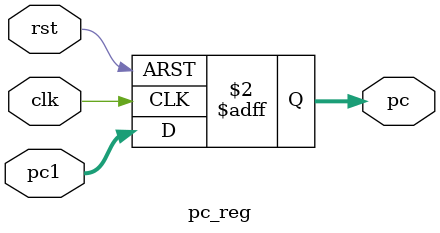
<source format=v>
module pc_reg(
input clk,
input rst,
input [31:0] pc1,
output reg [31:0] pc
);

always@(posedge clk or posedge rst)
begin
    if(rst)
        pc <= 32'h0;
    else
        pc <= pc1;
end
endmodule
</source>
